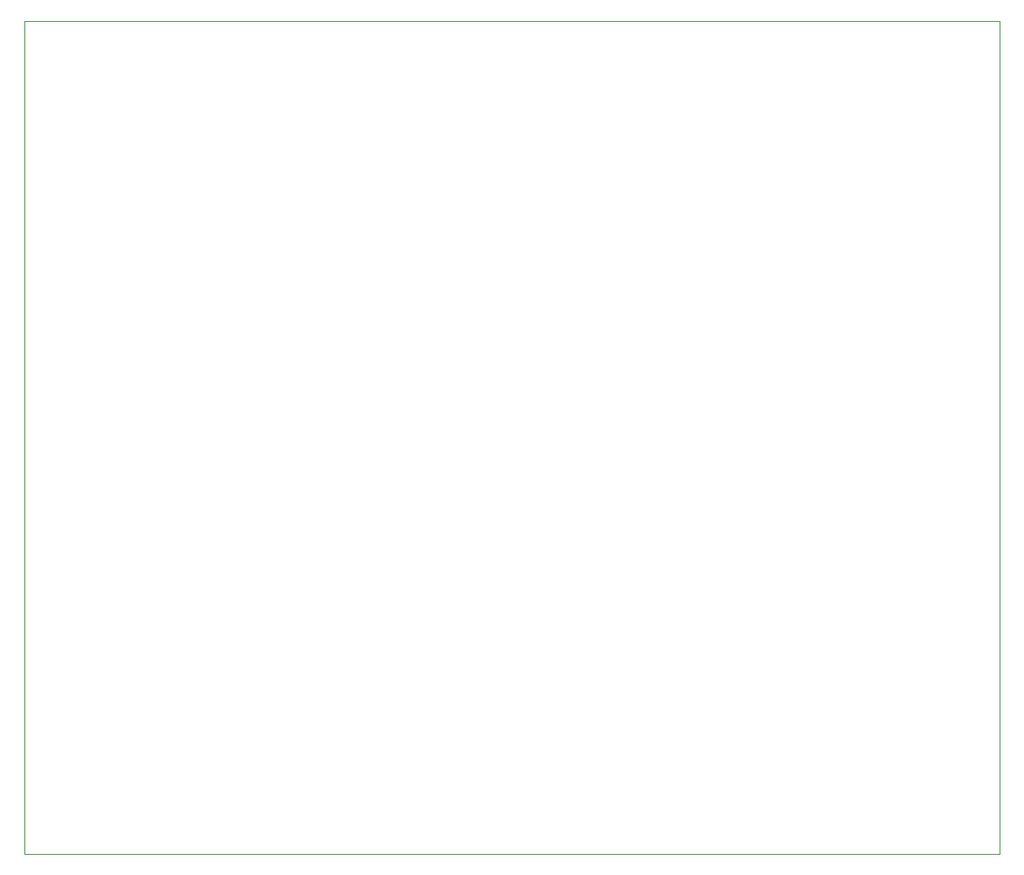
<source format=gbr>
%TF.GenerationSoftware,KiCad,Pcbnew,5.1.5+dfsg1-2build2*%
%TF.CreationDate,2020-10-22T23:20:21-04:00*%
%TF.ProjectId,Projeto_placa,50726f6a-6574-46f5-9f70-6c6163612e6b,rev?*%
%TF.SameCoordinates,Original*%
%TF.FileFunction,Paste,Bot*%
%TF.FilePolarity,Positive*%
%FSLAX46Y46*%
G04 Gerber Fmt 4.6, Leading zero omitted, Abs format (unit mm)*
G04 Created by KiCad (PCBNEW 5.1.5+dfsg1-2build2) date 2020-10-22 23:20:21*
%MOMM*%
%LPD*%
G04 APERTURE LIST*
%TA.AperFunction,Profile*%
%ADD10C,0.050000*%
%TD*%
G04 APERTURE END LIST*
D10*
X72644000Y-29464000D02*
X72644000Y-113284000D01*
X170688000Y-29464000D02*
X72644000Y-29464000D01*
X170688000Y-113284000D02*
X170688000Y-29464000D01*
X72644000Y-113284000D02*
X170688000Y-113284000D01*
M02*

</source>
